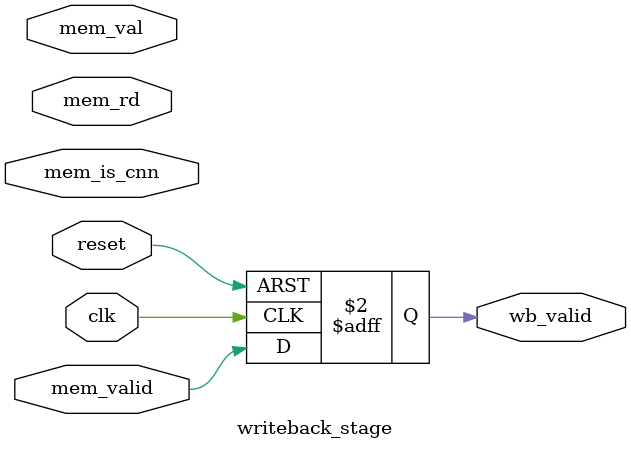
<source format=v>

module writeback_stage (
    input wire clk, 
    // Inputs from MEM stage
    input wire reset, 
    input wire [31:0] mem_val, 
    input wire [4:0] mem_rd, 
    input wire mem_valid, 
    // Output to register file
    input wire mem_is_cnn, 
    output reg wb_valid) ;
    always// Latch MEM/WB pipeline outputs
        @(posedge clk or 
            posedge reset)
        begin
            if (reset) 
                begin
                    wb_valid <=  1'b0 ;
                end
            else
                begin
                    wb_valid <=  mem_valid ;// enable write to register file
                end
        end
endmodule




</source>
